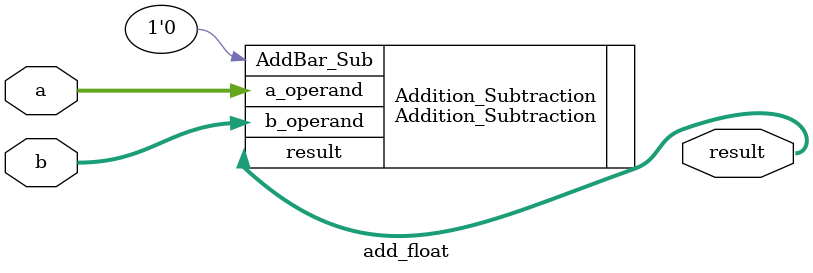
<source format=sv>
module add_float (
    input logic [31:0] a,
    input logic [31:0] b,

    output logic [31:0] result
);

Addition_Subtraction Addition_Subtraction
(
    .a_operand(a),
    .b_operand(b),
    .AddBar_Sub(1'b0),
    .result(result) 
);
endmodule
</source>
